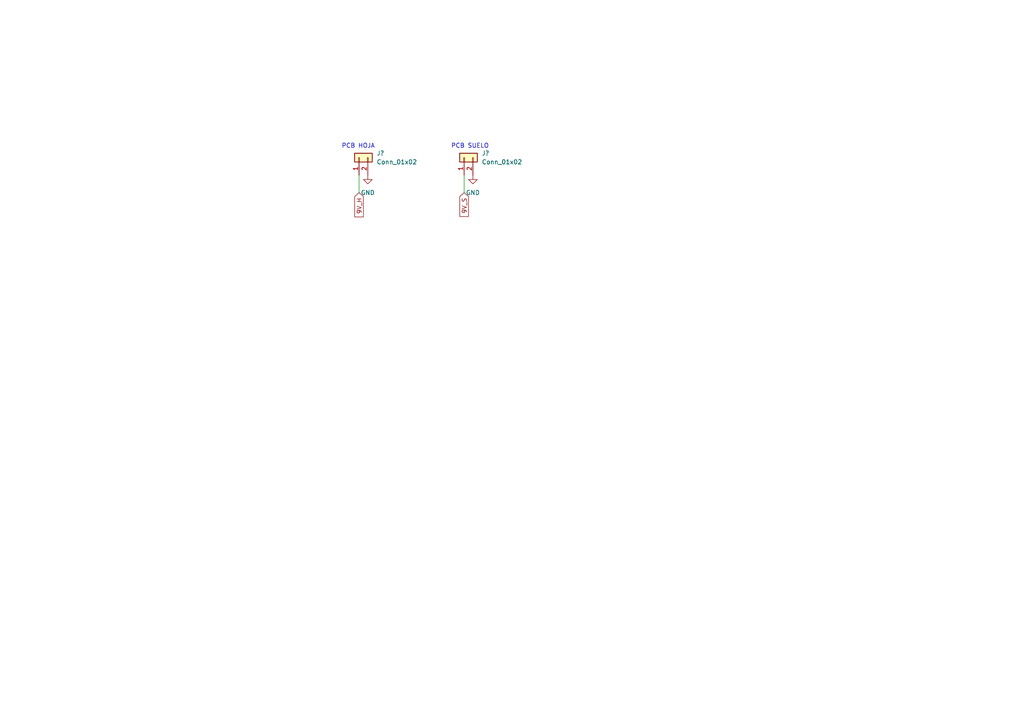
<source format=kicad_sch>
(kicad_sch (version 20211123) (generator eeschema)

  (uuid f520f9c6-a5e2-4185-aa19-551887f73d64)

  (paper "A4")

  (lib_symbols
    (symbol "Connector_Generic:Conn_01x02" (pin_names (offset 1.016) hide) (in_bom yes) (on_board yes)
      (property "Reference" "J" (id 0) (at 0 2.54 0)
        (effects (font (size 1.27 1.27)))
      )
      (property "Value" "Conn_01x02" (id 1) (at 0 -5.08 0)
        (effects (font (size 1.27 1.27)))
      )
      (property "Footprint" "" (id 2) (at 0 0 0)
        (effects (font (size 1.27 1.27)) hide)
      )
      (property "Datasheet" "~" (id 3) (at 0 0 0)
        (effects (font (size 1.27 1.27)) hide)
      )
      (property "ki_keywords" "connector" (id 4) (at 0 0 0)
        (effects (font (size 1.27 1.27)) hide)
      )
      (property "ki_description" "Generic connector, single row, 01x02, script generated (kicad-library-utils/schlib/autogen/connector/)" (id 5) (at 0 0 0)
        (effects (font (size 1.27 1.27)) hide)
      )
      (property "ki_fp_filters" "Connector*:*_1x??_*" (id 6) (at 0 0 0)
        (effects (font (size 1.27 1.27)) hide)
      )
      (symbol "Conn_01x02_1_1"
        (rectangle (start -1.27 -2.413) (end 0 -2.667)
          (stroke (width 0.1524) (type default) (color 0 0 0 0))
          (fill (type none))
        )
        (rectangle (start -1.27 0.127) (end 0 -0.127)
          (stroke (width 0.1524) (type default) (color 0 0 0 0))
          (fill (type none))
        )
        (rectangle (start -1.27 1.27) (end 1.27 -3.81)
          (stroke (width 0.254) (type default) (color 0 0 0 0))
          (fill (type background))
        )
        (pin passive line (at -5.08 0 0) (length 3.81)
          (name "Pin_1" (effects (font (size 1.27 1.27))))
          (number "1" (effects (font (size 1.27 1.27))))
        )
        (pin passive line (at -5.08 -2.54 0) (length 3.81)
          (name "Pin_2" (effects (font (size 1.27 1.27))))
          (number "2" (effects (font (size 1.27 1.27))))
        )
      )
    )
    (symbol "power:GND" (power) (pin_names (offset 0)) (in_bom yes) (on_board yes)
      (property "Reference" "#PWR" (id 0) (at 0 -6.35 0)
        (effects (font (size 1.27 1.27)) hide)
      )
      (property "Value" "GND" (id 1) (at 0 -3.81 0)
        (effects (font (size 1.27 1.27)))
      )
      (property "Footprint" "" (id 2) (at 0 0 0)
        (effects (font (size 1.27 1.27)) hide)
      )
      (property "Datasheet" "" (id 3) (at 0 0 0)
        (effects (font (size 1.27 1.27)) hide)
      )
      (property "ki_keywords" "power-flag" (id 4) (at 0 0 0)
        (effects (font (size 1.27 1.27)) hide)
      )
      (property "ki_description" "Power symbol creates a global label with name \"GND\" , ground" (id 5) (at 0 0 0)
        (effects (font (size 1.27 1.27)) hide)
      )
      (symbol "GND_0_1"
        (polyline
          (pts
            (xy 0 0)
            (xy 0 -1.27)
            (xy 1.27 -1.27)
            (xy 0 -2.54)
            (xy -1.27 -1.27)
            (xy 0 -1.27)
          )
          (stroke (width 0) (type default) (color 0 0 0 0))
          (fill (type none))
        )
      )
      (symbol "GND_1_1"
        (pin power_in line (at 0 0 270) (length 0) hide
          (name "GND" (effects (font (size 1.27 1.27))))
          (number "1" (effects (font (size 1.27 1.27))))
        )
      )
    )
  )


  (wire (pts (xy 104.14 55.88) (xy 104.14 50.8))
    (stroke (width 0) (type default) (color 0 0 0 0))
    (uuid 4191e065-0cb6-4fb5-92b7-0d30ec843188)
  )
  (wire (pts (xy 134.62 55.88) (xy 134.62 50.8))
    (stroke (width 0) (type default) (color 0 0 0 0))
    (uuid 7c3a7967-5424-432d-802e-dcb87079fba8)
  )

  (text "PCB SUELO" (at 130.81 43.18 0)
    (effects (font (size 1.27 1.27)) (justify left bottom))
    (uuid 1207002c-490d-4a64-9732-0ee0fd924266)
  )
  (text "PCB HOJA" (at 99.06 43.18 0)
    (effects (font (size 1.27 1.27)) (justify left bottom))
    (uuid 37f5ec2e-dbb4-4497-a5e1-0aeab199f0f0)
  )

  (global_label "9V_S" (shape input) (at 134.62 55.88 270) (fields_autoplaced)
    (effects (font (size 1.27 1.27)) (justify right))
    (uuid 02bc0952-3714-4957-b006-73a33acccf57)
    (property "Intersheet References" "${INTERSHEET_REFS}" (id 0) (at 134.5406 62.7683 90)
      (effects (font (size 1.27 1.27)) (justify right) hide)
    )
  )
  (global_label "9V_H" (shape input) (at 104.14 55.88 270) (fields_autoplaced)
    (effects (font (size 1.27 1.27)) (justify right))
    (uuid a600ec49-8a85-4fc2-a531-c3c56e396bf4)
    (property "Intersheet References" "${INTERSHEET_REFS}" (id 0) (at 104.0606 62.8893 90)
      (effects (font (size 1.27 1.27)) (justify right) hide)
    )
  )

  (symbol (lib_id "Connector_Generic:Conn_01x02") (at 134.62 45.72 90) (unit 1)
    (in_bom yes) (on_board yes) (fields_autoplaced)
    (uuid 1291bc45-c3af-4859-8863-1e40c571e130)
    (property "Reference" "J?" (id 0) (at 139.7 44.4499 90)
      (effects (font (size 1.27 1.27)) (justify right))
    )
    (property "Value" "Conn_01x02" (id 1) (at 139.7 46.9899 90)
      (effects (font (size 1.27 1.27)) (justify right))
    )
    (property "Footprint" "Connector_PinHeader_2.54mm:PinHeader_1x02_P2.54mm_Vertical" (id 2) (at 134.62 45.72 0)
      (effects (font (size 1.27 1.27)) hide)
    )
    (property "Datasheet" "~" (id 3) (at 134.62 45.72 0)
      (effects (font (size 1.27 1.27)) hide)
    )
    (pin "1" (uuid d88a2641-e1cc-46f5-9586-078e39316b1a))
    (pin "2" (uuid ddc6e7ab-388e-4374-9edc-d0f646def958))
  )

  (symbol (lib_id "Connector_Generic:Conn_01x02") (at 104.14 45.72 90) (unit 1)
    (in_bom yes) (on_board yes) (fields_autoplaced)
    (uuid 413cd778-0e3f-4de0-b9f2-a30ef257d9e8)
    (property "Reference" "J?" (id 0) (at 109.22 44.4499 90)
      (effects (font (size 1.27 1.27)) (justify right))
    )
    (property "Value" "Conn_01x02" (id 1) (at 109.22 46.9899 90)
      (effects (font (size 1.27 1.27)) (justify right))
    )
    (property "Footprint" "Connector_PinHeader_2.54mm:PinHeader_1x02_P2.54mm_Vertical" (id 2) (at 104.14 45.72 0)
      (effects (font (size 1.27 1.27)) hide)
    )
    (property "Datasheet" "~" (id 3) (at 104.14 45.72 0)
      (effects (font (size 1.27 1.27)) hide)
    )
    (pin "1" (uuid d82c5364-18af-45a5-a5ac-ecff41831d63))
    (pin "2" (uuid 927f7bf0-72a0-4bb1-b374-25c518d145f2))
  )

  (symbol (lib_id "power:GND") (at 137.16 50.8 0) (unit 1)
    (in_bom yes) (on_board yes) (fields_autoplaced)
    (uuid 4a061b7b-800f-4f2b-a558-7abba8a6a785)
    (property "Reference" "#PWR?" (id 0) (at 137.16 57.15 0)
      (effects (font (size 1.27 1.27)) hide)
    )
    (property "Value" "GND" (id 1) (at 137.16 55.88 0))
    (property "Footprint" "" (id 2) (at 137.16 50.8 0)
      (effects (font (size 1.27 1.27)) hide)
    )
    (property "Datasheet" "" (id 3) (at 137.16 50.8 0)
      (effects (font (size 1.27 1.27)) hide)
    )
    (pin "1" (uuid 3be3d386-11c7-4dfb-a4c0-2eb8bd016922))
  )

  (symbol (lib_id "power:GND") (at 106.68 50.8 0) (unit 1)
    (in_bom yes) (on_board yes)
    (uuid dadc47b7-dc10-44c7-80ca-fa286f549872)
    (property "Reference" "#PWR?" (id 0) (at 106.68 57.15 0)
      (effects (font (size 1.27 1.27)) hide)
    )
    (property "Value" "GND" (id 1) (at 106.68 55.88 0))
    (property "Footprint" "" (id 2) (at 106.68 50.8 0)
      (effects (font (size 1.27 1.27)) hide)
    )
    (property "Datasheet" "" (id 3) (at 106.68 50.8 0)
      (effects (font (size 1.27 1.27)) hide)
    )
    (pin "1" (uuid 5b63a781-1e26-4160-beed-a8fbc305b446))
  )
)

</source>
